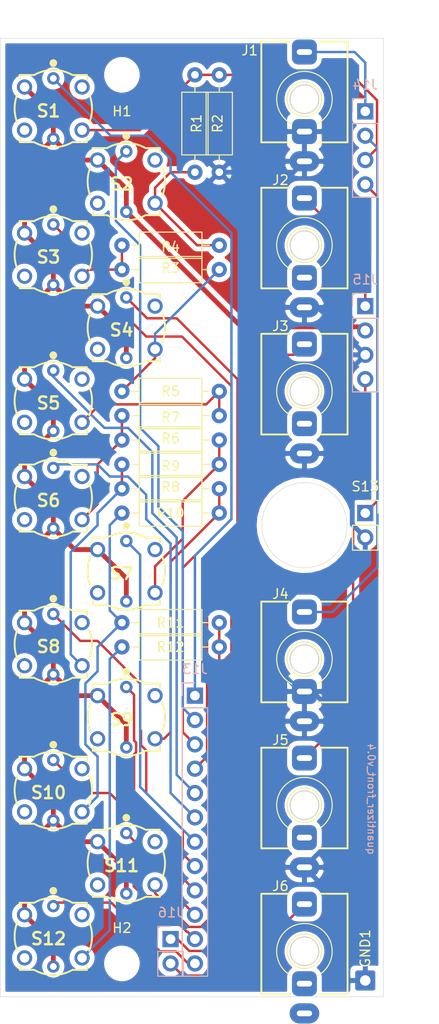
<source format=kicad_pcb>
(kicad_pcb (version 20171130) (host pcbnew "(5.1.10)-1")
  (title_block (title "Quantizer Front") (date 2021-06-22) (rev 0.3) (company "Free Modular"))
  (layers (0 F.Cu signal) (31 B.Cu signal) (34 B.Paste user) (35 F.Paste user) (36 B.SilkS user) (37 F.SilkS user) (38 B.Mask user) (39 F.Mask user) (44 Edge.Cuts user))
  (net 0 "")
  (net 1 "Net-(J1-Pad3)")
  (net 2 GND)
  (net 3 "Net-(J2-Pad2)")
  (net 4 "Net-(J3-Pad2)")
  (net 5 "Net-(J15-Pad1)")
  (net 6 "Net-(J16-Pad1)")
  (net 7 "Net-(J14-Pad2)")
  (net 8 "Net-(J15-Pad4)")
  (net 9 "Net-(J5-Pad2)")
  (net 10 "Net-(J16-Pad2)")
  (net 11 "Net-(J6-Pad2)")
  (net 12 LED1)
  (net 13 +5V)
  (net 14 BUTTON_LADDER)
  (net 15 "Net-(S1-Pad3)")
  (net 16 "Net-(S1-Pad2)")
  (net 17 LED2)
  (net 18 "Net-(R2-Pad2)")
  (net 19 "Net-(S2-Pad3)")
  (net 20 "Net-(S2-Pad2)")
  (net 21 LED3)
  (net 22 "Net-(R3-Pad2)")
  (net 23 "Net-(S3-Pad3)")
  (net 24 "Net-(S3-Pad2)")
  (net 25 LED4)
  (net 26 "Net-(R4-Pad2)")
  (net 27 "Net-(S4-Pad3)")
  (net 28 "Net-(S4-Pad2)")
  (net 29 LED5)
  (net 30 "Net-(R5-Pad2)")
  (net 31 "Net-(S5-Pad3)")
  (net 32 "Net-(S5-Pad2)")
  (net 33 LED6)
  (net 34 "Net-(R6-Pad2)")
  (net 35 "Net-(S6-Pad3)")
  (net 36 "Net-(S6-Pad2)")
  (net 37 LED7)
  (net 38 "Net-(R7-Pad2)")
  (net 39 "Net-(S7-Pad3)")
  (net 40 "Net-(S7-Pad2)")
  (net 41 LED8)
  (net 42 "Net-(R8-Pad2)")
  (net 43 "Net-(S8-Pad3)")
  (net 44 "Net-(S8-Pad2)")
  (net 45 LED9)
  (net 46 "Net-(R10-Pad1)")
  (net 47 "Net-(S9-Pad3)")
  (net 48 "Net-(S9-Pad2)")
  (net 49 LED10)
  (net 50 "Net-(R10-Pad2)")
  (net 51 "Net-(S10-Pad3)")
  (net 52 "Net-(S10-Pad2)")
  (net 53 LED11)
  (net 54 "Net-(R11-Pad2)")
  (net 55 "Net-(S11-Pad3)")
  (net 56 "Net-(S11-Pad2)")
  (net 57 LED12)
  (net 58 "Net-(R12-Pad2)")
  (net 59 "Net-(S12-Pad3)")
  (net 60 "Net-(S12-Pad2)")
  (net 61 MENU_BUTTON)
  (module MountingHole:MountingHole_2.7mm_M2.5 (layer F.Cu) (at 33.02 114.3)
    (fp_text reference H2 (at 0 -3.7) (layer F.SilkS))
    (fp_text value MountingHole)
    (pad 1 np_thru_hole circle (at 0 0) (size 2.7 2.7) (drill 2.7) (layers *.Cu *.Mask))
  )
  (module MountingHole:MountingHole_2.7mm_M2.5 (layer F.Cu) (at 33.02 21.59)
    (fp_text reference H1 (at 0 3.81) (layer F.SilkS))
    (fp_text value MountingHole)
    (pad 1 np_thru_hole circle (at 0 0) (size 2.7 2.7) (drill 2.7) (layers *.Cu *.Mask))
  )
  (module Connector_Wire:SolderWire-0.5sqmm_1x01_D0.9mm_OD2.1mm (layer F.Cu) (at 58.42 116.078)
    (fp_text reference GND1 (at 0 -3.34 90) (layer F.SilkS))
    (fp_text value Conn_01x01_Female)
    (pad 1 thru_hole roundrect (at 0 0) (size 2.1 2.1) (drill 1.1) (layers *.Cu *.Mask) (roundrect_rratio 0.1190471428571429) (net 2 GND))
  )
  (module free_modular:THONKICONN (layer F.Cu) (at 52.07 24.13)
    (fp_text reference J1 (at -5.715 -5.08) (layer F.SilkS))
    (fp_text value THONKICONN)
    (fp_circle (center 0 0) (end -1.5 0) (layer Edge.Cuts) (width 0.12))
    (pad 3 thru_hole roundrect (at 0 -4.92) (size 2.6 2.6) (drill oval 1.6 0.6) (layers *.Cu *.Mask) (net 1 "Net-(J1-Pad3)"))
    (pad 1 thru_hole oval (at 0 6.48) (size 3.1 2.1) (drill oval 1.6 0.6) (layers *.Cu *.Mask) (net 2 GND))
    (pad 2 thru_hole roundrect (at 0 3.38) (size 2.6 2.6) (drill oval 1.6 0.6) (layers *.Cu *.Mask) (net 2 GND))
  )
  (module free_modular:THONKICONN (layer F.Cu) (at 52.07 113.03)
    (fp_text reference J6 (at -2.5 -6.8) (layer F.SilkS))
    (fp_text value THONKICONN)
    (fp_circle (center 0 0) (end -1.5 0) (layer Edge.Cuts) (width 0.12))
    (pad 3 thru_hole roundrect (at 0 -4.92) (size 2.6 2.6) (drill oval 1.6 0.6) (layers *.Cu *.Mask) (net 10 "Net-(J16-Pad2)"))
    (pad 1 thru_hole oval (at 0 6.48) (size 3.1 2.1) (drill oval 1.6 0.6) (layers *.Cu *.Mask) (net 2 GND))
    (pad 2 thru_hole roundrect (at 0 3.38) (size 2.6 2.6) (drill oval 1.6 0.6) (layers *.Cu *.Mask) (net 11 "Net-(J6-Pad2)"))
  )
  (module free_modular:THONKICONN (layer F.Cu) (at 52.07 97.79)
    (fp_text reference J5 (at -2.5 -6.8) (layer F.SilkS))
    (fp_text value THONKICONN)
    (fp_circle (center 0 0) (end -1.5 0) (layer Edge.Cuts) (width 0.12))
    (pad 3 thru_hole roundrect (at 0 -4.92) (size 2.6 2.6) (drill oval 1.6 0.6) (layers *.Cu *.Mask) (net 8 "Net-(J15-Pad4)"))
    (pad 1 thru_hole oval (at 0 6.48) (size 3.1 2.1) (drill oval 1.6 0.6) (layers *.Cu *.Mask) (net 2 GND))
    (pad 2 thru_hole roundrect (at 0 3.38) (size 2.6 2.6) (drill oval 1.6 0.6) (layers *.Cu *.Mask) (net 9 "Net-(J5-Pad2)"))
  )
  (module free_modular:THONKICONN (layer F.Cu) (at 52.07 82.55)
    (fp_text reference J4 (at -2.5 -6.8) (layer F.SilkS))
    (fp_text value THONKICONN)
    (fp_circle (center 0 0) (end -1.5 0) (layer Edge.Cuts) (width 0.12))
    (pad 3 thru_hole roundrect (at 0 -4.92) (size 2.6 2.6) (drill oval 1.6 0.6) (layers *.Cu *.Mask) (net 7 "Net-(J14-Pad2)"))
    (pad 1 thru_hole oval (at 0 6.48) (size 3.1 2.1) (drill oval 1.6 0.6) (layers *.Cu *.Mask) (net 2 GND))
    (pad 2 thru_hole roundrect (at 0 3.38) (size 2.6 2.6) (drill oval 1.6 0.6) (layers *.Cu *.Mask) (net 2 GND))
  )
  (module free_modular:THONKICONN (layer F.Cu) (at 52.07 54.61)
    (fp_text reference J3 (at -2.5 -6.8) (layer F.SilkS))
    (fp_text value THONKICONN)
    (fp_circle (center 0 0) (end -1.5 0) (layer Edge.Cuts) (width 0.12))
    (pad 3 thru_hole roundrect (at 0 -4.92) (size 2.6 2.6) (drill oval 1.6 0.6) (layers *.Cu *.Mask) (net 6 "Net-(J16-Pad1)"))
    (pad 1 thru_hole oval (at 0 6.48) (size 3.1 2.1) (drill oval 1.6 0.6) (layers *.Cu *.Mask) (net 2 GND))
    (pad 2 thru_hole roundrect (at 0 3.38) (size 2.6 2.6) (drill oval 1.6 0.6) (layers *.Cu *.Mask) (net 4 "Net-(J3-Pad2)"))
  )
  (module free_modular:THONKICONN (layer F.Cu) (at 52.07 39.37)
    (fp_text reference J2 (at -2.5 -6.8) (layer F.SilkS))
    (fp_text value THONKICONN)
    (fp_circle (center 0 0) (end -1.5 0) (layer Edge.Cuts) (width 0.12))
    (pad 3 thru_hole roundrect (at 0 -4.92) (size 2.6 2.6) (drill oval 1.6 0.6) (layers *.Cu *.Mask) (net 5 "Net-(J15-Pad1)"))
    (pad 1 thru_hole oval (at 0 6.48) (size 3.1 2.1) (drill oval 1.6 0.6) (layers *.Cu *.Mask) (net 2 GND))
    (pad 2 thru_hole roundrect (at 0 3.38) (size 2.6 2.6) (drill oval 1.6 0.6) (layers *.Cu *.Mask) (net 3 "Net-(J2-Pad2)"))
  )
  (module Connector_PinSocket_2.54mm:PinSocket_1x04_P2.54mm_Vertical (layer B.Cu) (at 58.42 25.4 180)
    (fp_text reference J14 (at 0 2.77) (layer B.SilkS) (effects (justify mirror)))
    (fp_text value Conn_01x04_Female)
    (pad 4 thru_hole oval (at 0 -7.62 180) (size 1.7 1.7) (drill 1) (layers *.Cu *.Mask) (net 61 MENU_BUTTON))
    (pad 3 thru_hole oval (at 0 -5.08 180) (size 1.7 1.7) (drill 1) (layers *.Cu *.Mask) (net 14 BUTTON_LADDER))
    (pad 2 thru_hole oval (at 0 -2.54 180) (size 1.7 1.7) (drill 1) (layers *.Cu *.Mask) (net 7 "Net-(J14-Pad2)"))
    (pad 1 thru_hole rect (at 0 0 180) (size 1.7 1.7) (drill 1) (layers *.Cu *.Mask) (net 1 "Net-(J1-Pad3)"))
  )
  (module free_modular:TL1265 (layer F.Cu) (at 22.86 109.22)
    (fp_text reference S12 (at 2.5 2.5) (layer F.SilkS) (effects (font (size 1.27 1.27) (thickness 0.254))))
    (fp_text value TL1265 hide)
    (pad L2 thru_hole circle (at 3 -0.9) (size 1.3 1.3) (drill 0.7) (layers *.Cu *.Mask) (net 57 LED12))
    (pad L1 thru_hole circle (at 3 5.4) (size 1.3 1.3) (drill 0.7) (layers *.Cu *.Mask) (net 13 +5V))
    (pad 4 thru_hole circle (at 6 4.5) (size 1.6 1.6) (drill 1) (layers *.Cu *.Mask) (net 58 "Net-(R12-Pad2)"))
    (pad 3 thru_hole circle (at 0 4.5) (size 1.6 1.6) (drill 1) (layers *.Cu *.Mask) (net 59 "Net-(S12-Pad3)"))
    (pad 2 thru_hole circle (at 6 0) (size 1.6 1.6) (drill 1) (layers *.Cu *.Mask) (net 60 "Net-(S12-Pad2)"))
    (pad 1 thru_hole circle (at 0 0) (size 1.6 1.6) (drill 1) (layers *.Cu *.Mask) (net 13 +5V))
  )
  (module free_modular:TL1265 (layer F.Cu) (at 30.48 101.6)
    (fp_text reference S11 (at 2.5 2.5) (layer F.SilkS) (effects (font (size 1.27 1.27) (thickness 0.254))))
    (fp_text value TL1265 hide)
    (pad L2 thru_hole circle (at 3 -0.9) (size 1.3 1.3) (drill 0.7) (layers *.Cu *.Mask) (net 53 LED11))
    (pad L1 thru_hole circle (at 3 5.4) (size 1.3 1.3) (drill 0.7) (layers *.Cu *.Mask) (net 13 +5V))
    (pad 4 thru_hole circle (at 6 4.5) (size 1.6 1.6) (drill 1) (layers *.Cu *.Mask) (net 54 "Net-(R11-Pad2)"))
    (pad 3 thru_hole circle (at 0 4.5) (size 1.6 1.6) (drill 1) (layers *.Cu *.Mask) (net 55 "Net-(S11-Pad3)"))
    (pad 2 thru_hole circle (at 6 0) (size 1.6 1.6) (drill 1) (layers *.Cu *.Mask) (net 56 "Net-(S11-Pad2)"))
    (pad 1 thru_hole circle (at 0 0) (size 1.6 1.6) (drill 1) (layers *.Cu *.Mask) (net 13 +5V))
  )
  (module free_modular:TL1265 (layer F.Cu) (at 22.86 93.98)
    (fp_text reference S10 (at 2.5 2.5) (layer F.SilkS) (effects (font (size 1.27 1.27) (thickness 0.254))))
    (fp_text value TL1265 hide)
    (pad L2 thru_hole circle (at 3 -0.9) (size 1.3 1.3) (drill 0.7) (layers *.Cu *.Mask) (net 49 LED10))
    (pad L1 thru_hole circle (at 3 5.4) (size 1.3 1.3) (drill 0.7) (layers *.Cu *.Mask) (net 13 +5V))
    (pad 4 thru_hole circle (at 6 4.5) (size 1.6 1.6) (drill 1) (layers *.Cu *.Mask) (net 50 "Net-(R10-Pad2)"))
    (pad 3 thru_hole circle (at 0 4.5) (size 1.6 1.6) (drill 1) (layers *.Cu *.Mask) (net 51 "Net-(S10-Pad3)"))
    (pad 2 thru_hole circle (at 6 0) (size 1.6 1.6) (drill 1) (layers *.Cu *.Mask) (net 52 "Net-(S10-Pad2)"))
    (pad 1 thru_hole circle (at 0 0) (size 1.6 1.6) (drill 1) (layers *.Cu *.Mask) (net 13 +5V))
  )
  (module free_modular:TL1265 (layer F.Cu) (at 30.48 86.36)
    (fp_text reference S9 (at 2.5 2.5) (layer F.SilkS) (effects (font (size 1.27 1.27) (thickness 0.254))))
    (fp_text value TL1265 hide)
    (pad L2 thru_hole circle (at 3 -0.9) (size 1.3 1.3) (drill 0.7) (layers *.Cu *.Mask) (net 45 LED9))
    (pad L1 thru_hole circle (at 3 5.4) (size 1.3 1.3) (drill 0.7) (layers *.Cu *.Mask) (net 13 +5V))
    (pad 4 thru_hole circle (at 6 4.5) (size 1.6 1.6) (drill 1) (layers *.Cu *.Mask) (net 46 "Net-(R10-Pad1)"))
    (pad 3 thru_hole circle (at 0 4.5) (size 1.6 1.6) (drill 1) (layers *.Cu *.Mask) (net 47 "Net-(S9-Pad3)"))
    (pad 2 thru_hole circle (at 6 0) (size 1.6 1.6) (drill 1) (layers *.Cu *.Mask) (net 48 "Net-(S9-Pad2)"))
    (pad 1 thru_hole circle (at 0 0) (size 1.6 1.6) (drill 1) (layers *.Cu *.Mask) (net 13 +5V))
  )
  (module free_modular:TL1265 (layer F.Cu) (at 22.86 78.74)
    (fp_text reference S8 (at 2.5 2.5) (layer F.SilkS) (effects (font (size 1.27 1.27) (thickness 0.254))))
    (fp_text value TL1265 hide)
    (pad L2 thru_hole circle (at 3 -0.9) (size 1.3 1.3) (drill 0.7) (layers *.Cu *.Mask) (net 41 LED8))
    (pad L1 thru_hole circle (at 3 5.4) (size 1.3 1.3) (drill 0.7) (layers *.Cu *.Mask) (net 13 +5V))
    (pad 4 thru_hole circle (at 6 4.5) (size 1.6 1.6) (drill 1) (layers *.Cu *.Mask) (net 42 "Net-(R8-Pad2)"))
    (pad 3 thru_hole circle (at 0 4.5) (size 1.6 1.6) (drill 1) (layers *.Cu *.Mask) (net 43 "Net-(S8-Pad3)"))
    (pad 2 thru_hole circle (at 6 0) (size 1.6 1.6) (drill 1) (layers *.Cu *.Mask) (net 44 "Net-(S8-Pad2)"))
    (pad 1 thru_hole circle (at 0 0) (size 1.6 1.6) (drill 1) (layers *.Cu *.Mask) (net 13 +5V))
  )
  (module free_modular:TL1265 (layer F.Cu) (at 30.48 71.12)
    (fp_text reference S7 (at 2.5 2.5) (layer F.SilkS) (effects (font (size 1.27 1.27) (thickness 0.254))))
    (fp_text value TL1265 hide)
    (pad L2 thru_hole circle (at 3 -0.9) (size 1.3 1.3) (drill 0.7) (layers *.Cu *.Mask) (net 37 LED7))
    (pad L1 thru_hole circle (at 3 5.4) (size 1.3 1.3) (drill 0.7) (layers *.Cu *.Mask) (net 13 +5V))
    (pad 4 thru_hole circle (at 6 4.5) (size 1.6 1.6) (drill 1) (layers *.Cu *.Mask) (net 38 "Net-(R7-Pad2)"))
    (pad 3 thru_hole circle (at 0 4.5) (size 1.6 1.6) (drill 1) (layers *.Cu *.Mask) (net 39 "Net-(S7-Pad3)"))
    (pad 2 thru_hole circle (at 6 0) (size 1.6 1.6) (drill 1) (layers *.Cu *.Mask) (net 40 "Net-(S7-Pad2)"))
    (pad 1 thru_hole circle (at 0 0) (size 1.6 1.6) (drill 1) (layers *.Cu *.Mask) (net 13 +5V))
  )
  (module free_modular:TL1265 (layer F.Cu) (at 22.86 63.5)
    (fp_text reference S6 (at 2.5 2.5) (layer F.SilkS) (effects (font (size 1.27 1.27) (thickness 0.254))))
    (fp_text value TL1265 hide)
    (pad L2 thru_hole circle (at 3 -0.9) (size 1.3 1.3) (drill 0.7) (layers *.Cu *.Mask) (net 33 LED6))
    (pad L1 thru_hole circle (at 3 5.4) (size 1.3 1.3) (drill 0.7) (layers *.Cu *.Mask) (net 13 +5V))
    (pad 4 thru_hole circle (at 6 4.5) (size 1.6 1.6) (drill 1) (layers *.Cu *.Mask) (net 34 "Net-(R6-Pad2)"))
    (pad 3 thru_hole circle (at 0 4.5) (size 1.6 1.6) (drill 1) (layers *.Cu *.Mask) (net 35 "Net-(S6-Pad3)"))
    (pad 2 thru_hole circle (at 6 0) (size 1.6 1.6) (drill 1) (layers *.Cu *.Mask) (net 36 "Net-(S6-Pad2)"))
    (pad 1 thru_hole circle (at 0 0) (size 1.6 1.6) (drill 1) (layers *.Cu *.Mask) (net 13 +5V))
  )
  (module free_modular:TL1265 (layer F.Cu) (at 22.86 53.34)
    (fp_text reference S5 (at 2.5 2.5) (layer F.SilkS) (effects (font (size 1.27 1.27) (thickness 0.254))))
    (fp_text value TL1265 hide)
    (pad L2 thru_hole circle (at 3 -0.9) (size 1.3 1.3) (drill 0.7) (layers *.Cu *.Mask) (net 29 LED5))
    (pad L1 thru_hole circle (at 3 5.4) (size 1.3 1.3) (drill 0.7) (layers *.Cu *.Mask) (net 13 +5V))
    (pad 4 thru_hole circle (at 6 4.5) (size 1.6 1.6) (drill 1) (layers *.Cu *.Mask) (net 30 "Net-(R5-Pad2)"))
    (pad 3 thru_hole circle (at 0 4.5) (size 1.6 1.6) (drill 1) (layers *.Cu *.Mask) (net 31 "Net-(S5-Pad3)"))
    (pad 2 thru_hole circle (at 6 0) (size 1.6 1.6) (drill 1) (layers *.Cu *.Mask) (net 32 "Net-(S5-Pad2)"))
    (pad 1 thru_hole circle (at 0 0) (size 1.6 1.6) (drill 1) (layers *.Cu *.Mask) (net 13 +5V))
  )
  (module free_modular:TL1265 (layer F.Cu) (at 30.48 45.72)
    (fp_text reference S4 (at 2.5 2.5) (layer F.SilkS) (effects (font (size 1.27 1.27) (thickness 0.254))))
    (fp_text value TL1265 hide)
    (pad L2 thru_hole circle (at 3 -0.9) (size 1.3 1.3) (drill 0.7) (layers *.Cu *.Mask) (net 25 LED4))
    (pad L1 thru_hole circle (at 3 5.4) (size 1.3 1.3) (drill 0.7) (layers *.Cu *.Mask) (net 13 +5V))
    (pad 4 thru_hole circle (at 6 4.5) (size 1.6 1.6) (drill 1) (layers *.Cu *.Mask) (net 26 "Net-(R4-Pad2)"))
    (pad 3 thru_hole circle (at 0 4.5) (size 1.6 1.6) (drill 1) (layers *.Cu *.Mask) (net 27 "Net-(S4-Pad3)"))
    (pad 2 thru_hole circle (at 6 0) (size 1.6 1.6) (drill 1) (layers *.Cu *.Mask) (net 28 "Net-(S4-Pad2)"))
    (pad 1 thru_hole circle (at 0 0) (size 1.6 1.6) (drill 1) (layers *.Cu *.Mask) (net 13 +5V))
  )
  (module free_modular:TL1265 (layer F.Cu) (at 22.86 38.1)
    (fp_text reference S3 (at 2.5 2.5) (layer F.SilkS) (effects (font (size 1.27 1.27) (thickness 0.254))))
    (fp_text value TL1265 hide)
    (pad L2 thru_hole circle (at 3 -0.9) (size 1.3 1.3) (drill 0.7) (layers *.Cu *.Mask) (net 21 LED3))
    (pad L1 thru_hole circle (at 3 5.4) (size 1.3 1.3) (drill 0.7) (layers *.Cu *.Mask) (net 13 +5V))
    (pad 4 thru_hole circle (at 6 4.5) (size 1.6 1.6) (drill 1) (layers *.Cu *.Mask) (net 22 "Net-(R3-Pad2)"))
    (pad 3 thru_hole circle (at 0 4.5) (size 1.6 1.6) (drill 1) (layers *.Cu *.Mask) (net 23 "Net-(S3-Pad3)"))
    (pad 2 thru_hole circle (at 6 0) (size 1.6 1.6) (drill 1) (layers *.Cu *.Mask) (net 24 "Net-(S3-Pad2)"))
    (pad 1 thru_hole circle (at 0 0) (size 1.6 1.6) (drill 1) (layers *.Cu *.Mask) (net 13 +5V))
  )
  (module free_modular:TL1265 (layer F.Cu) (at 30.48 30.48)
    (fp_text reference S2 (at 2.5 2.5) (layer F.SilkS) (effects (font (size 1.27 1.27) (thickness 0.254))))
    (fp_text value TL1265 hide)
    (pad L2 thru_hole circle (at 3 -0.9) (size 1.3 1.3) (drill 0.7) (layers *.Cu *.Mask) (net 17 LED2))
    (pad L1 thru_hole circle (at 3 5.4) (size 1.3 1.3) (drill 0.7) (layers *.Cu *.Mask) (net 13 +5V))
    (pad 4 thru_hole circle (at 6 4.5) (size 1.6 1.6) (drill 1) (layers *.Cu *.Mask) (net 18 "Net-(R2-Pad2)"))
    (pad 3 thru_hole circle (at 0 4.5) (size 1.6 1.6) (drill 1) (layers *.Cu *.Mask) (net 19 "Net-(S2-Pad3)"))
    (pad 2 thru_hole circle (at 6 0) (size 1.6 1.6) (drill 1) (layers *.Cu *.Mask) (net 20 "Net-(S2-Pad2)"))
    (pad 1 thru_hole circle (at 0 0) (size 1.6 1.6) (drill 1) (layers *.Cu *.Mask) (net 13 +5V))
  )
  (module free_modular:TL1265 (layer F.Cu) (at 22.86 22.86)
    (fp_text reference S1 (at 2.5 2.5) (layer F.SilkS) (effects (font (size 1.27 1.27) (thickness 0.254))))
    (fp_text value TL1265 hide)
    (pad L2 thru_hole circle (at 3 -0.9) (size 1.3 1.3) (drill 0.7) (layers *.Cu *.Mask) (net 12 LED1))
    (pad L1 thru_hole circle (at 3 5.4) (size 1.3 1.3) (drill 0.7) (layers *.Cu *.Mask) (net 13 +5V))
    (pad 4 thru_hole circle (at 6 4.5) (size 1.6 1.6) (drill 1) (layers *.Cu *.Mask) (net 14 BUTTON_LADDER))
    (pad 3 thru_hole circle (at 0 4.5) (size 1.6 1.6) (drill 1) (layers *.Cu *.Mask) (net 15 "Net-(S1-Pad3)"))
    (pad 2 thru_hole circle (at 6 0) (size 1.6 1.6) (drill 1) (layers *.Cu *.Mask) (net 16 "Net-(S1-Pad2)"))
    (pad 1 thru_hole circle (at 0 0) (size 1.6 1.6) (drill 1) (layers *.Cu *.Mask) (net 13 +5V))
  )
  (module Connector_PinSocket_2.54mm:PinSocket_1x02_P2.54mm_Vertical (layer F.Cu) (at 58.42 67.31)
    (fp_text reference S13 (at 0 -2.77) (layer F.SilkS))
    (fp_text value Button)
    (pad 2 thru_hole oval (at 0 2.54) (size 1.7 1.7) (drill 1) (layers *.Cu *.Mask) (net 2 GND))
    (pad 1 thru_hole rect (at 0 0) (size 1.7 1.7) (drill 1) (layers *.Cu *.Mask) (net 61 MENU_BUTTON))
  )
  (module Resistor_THT:R_Axial_DIN0207_L6.3mm_D2.5mm_P10.16mm_Horizontal (layer F.Cu) (at 43.18 81.28 180)
    (fp_text reference R12 (at 5.08 0) (layer F.SilkS))
    (fp_text value 1kΩ)
    (pad 2 thru_hole oval (at 10.16 0 180) (size 1.6 1.6) (drill 0.8) (layers *.Cu *.Mask) (net 58 "Net-(R12-Pad2)"))
    (pad 1 thru_hole circle (at 0 0 180) (size 1.6 1.6) (drill 0.8) (layers *.Cu *.Mask) (net 54 "Net-(R11-Pad2)"))
  )
  (module Resistor_THT:R_Axial_DIN0207_L6.3mm_D2.5mm_P10.16mm_Horizontal (layer F.Cu) (at 33.02 78.74)
    (fp_text reference R11 (at 5.08 0) (layer F.SilkS))
    (fp_text value 1kΩ)
    (pad 2 thru_hole oval (at 10.16 0) (size 1.6 1.6) (drill 0.8) (layers *.Cu *.Mask) (net 54 "Net-(R11-Pad2)"))
    (pad 1 thru_hole circle (at 0 0) (size 1.6 1.6) (drill 0.8) (layers *.Cu *.Mask) (net 50 "Net-(R10-Pad2)"))
  )
  (module Resistor_THT:R_Axial_DIN0207_L6.3mm_D2.5mm_P10.16mm_Horizontal (layer F.Cu) (at 43.18 67.31 180)
    (fp_text reference R10 (at 5.08 0) (layer F.SilkS))
    (fp_text value 1kΩ)
    (pad 2 thru_hole oval (at 10.16 0 180) (size 1.6 1.6) (drill 0.8) (layers *.Cu *.Mask) (net 50 "Net-(R10-Pad2)"))
    (pad 1 thru_hole circle (at 0 0 180) (size 1.6 1.6) (drill 0.8) (layers *.Cu *.Mask) (net 46 "Net-(R10-Pad1)"))
  )
  (module Resistor_THT:R_Axial_DIN0207_L6.3mm_D2.5mm_P10.16mm_Horizontal (layer F.Cu) (at 33.02 64.77)
    (fp_text reference R9 (at 5.08 -2.37) (layer F.SilkS))
    (fp_text value 1kΩ)
    (pad 2 thru_hole oval (at 10.16 0) (size 1.6 1.6) (drill 0.8) (layers *.Cu *.Mask) (net 46 "Net-(R10-Pad1)"))
    (pad 1 thru_hole circle (at 0 0) (size 1.6 1.6) (drill 0.8) (layers *.Cu *.Mask) (net 42 "Net-(R8-Pad2)"))
  )
  (module Resistor_THT:R_Axial_DIN0207_L6.3mm_D2.5mm_P10.16mm_Horizontal (layer F.Cu) (at 43.18 62.23 180)
    (fp_text reference R8 (at 5.08 -2.37) (layer F.SilkS))
    (fp_text value 1kΩ)
    (pad 2 thru_hole oval (at 10.16 0 180) (size 1.6 1.6) (drill 0.8) (layers *.Cu *.Mask) (net 42 "Net-(R8-Pad2)"))
    (pad 1 thru_hole circle (at 0 0 180) (size 1.6 1.6) (drill 0.8) (layers *.Cu *.Mask) (net 38 "Net-(R7-Pad2)"))
  )
  (module Resistor_THT:R_Axial_DIN0207_L6.3mm_D2.5mm_P10.16mm_Horizontal (layer F.Cu) (at 33.02 59.69)
    (fp_text reference R7 (at 5.08 -2.37) (layer F.SilkS))
    (fp_text value 1kΩ)
    (pad 2 thru_hole oval (at 10.16 0) (size 1.6 1.6) (drill 0.8) (layers *.Cu *.Mask) (net 38 "Net-(R7-Pad2)"))
    (pad 1 thru_hole circle (at 0 0) (size 1.6 1.6) (drill 0.8) (layers *.Cu *.Mask) (net 34 "Net-(R6-Pad2)"))
  )
  (module Resistor_THT:R_Axial_DIN0207_L6.3mm_D2.5mm_P10.16mm_Horizontal (layer F.Cu) (at 43.18 57.15 180)
    (fp_text reference R6 (at 5.08 -2.37) (layer F.SilkS))
    (fp_text value 1kΩ)
    (pad 2 thru_hole oval (at 10.16 0 180) (size 1.6 1.6) (drill 0.8) (layers *.Cu *.Mask) (net 34 "Net-(R6-Pad2)"))
    (pad 1 thru_hole circle (at 0 0 180) (size 1.6 1.6) (drill 0.8) (layers *.Cu *.Mask) (net 30 "Net-(R5-Pad2)"))
  )
  (module Resistor_THT:R_Axial_DIN0207_L6.3mm_D2.5mm_P10.16mm_Horizontal (layer F.Cu) (at 33.02 54.61)
    (fp_text reference R5 (at 5.08 0) (layer F.SilkS))
    (fp_text value 1kΩ)
    (pad 2 thru_hole oval (at 10.16 0) (size 1.6 1.6) (drill 0.8) (layers *.Cu *.Mask) (net 30 "Net-(R5-Pad2)"))
    (pad 1 thru_hole circle (at 0 0) (size 1.6 1.6) (drill 0.8) (layers *.Cu *.Mask) (net 26 "Net-(R4-Pad2)"))
  )
  (module Resistor_THT:R_Axial_DIN0207_L6.3mm_D2.5mm_P10.16mm_Horizontal (layer F.Cu) (at 33.02 41.91)
    (fp_text reference R4 (at 5.08 -2.37) (layer F.SilkS))
    (fp_text value 1kΩ)
    (pad 2 thru_hole oval (at 10.16 0) (size 1.6 1.6) (drill 0.8) (layers *.Cu *.Mask) (net 26 "Net-(R4-Pad2)"))
    (pad 1 thru_hole circle (at 0 0) (size 1.6 1.6) (drill 0.8) (layers *.Cu *.Mask) (net 22 "Net-(R3-Pad2)"))
  )
  (module Resistor_THT:R_Axial_DIN0207_L6.3mm_D2.5mm_P10.16mm_Horizontal (layer F.Cu) (at 43.18 39.37 180)
    (fp_text reference R3 (at 5.08 -2.37) (layer F.SilkS))
    (fp_text value 1kΩ)
    (pad 2 thru_hole oval (at 10.16 0 180) (size 1.6 1.6) (drill 0.8) (layers *.Cu *.Mask) (net 22 "Net-(R3-Pad2)"))
    (pad 1 thru_hole circle (at 0 0 180) (size 1.6 1.6) (drill 0.8) (layers *.Cu *.Mask) (net 18 "Net-(R2-Pad2)"))
  )
  (module Resistor_THT:R_Axial_DIN0207_L6.3mm_D2.5mm_P10.16mm_Horizontal (layer F.Cu) (at 40.64 21.59 270)
    (fp_text reference R2 (at 5.08 -2.37 90) (layer F.SilkS))
    (fp_text value 1kΩ)
    (pad 2 thru_hole oval (at 10.16 0 270) (size 1.6 1.6) (drill 0.8) (layers *.Cu *.Mask) (net 18 "Net-(R2-Pad2)"))
    (pad 1 thru_hole circle (at 0 0 270) (size 1.6 1.6) (drill 0.8) (layers *.Cu *.Mask) (net 14 BUTTON_LADDER))
  )
  (module Resistor_THT:R_Axial_DIN0207_L6.3mm_D2.5mm_P10.16mm_Horizontal (layer F.Cu) (at 43.18 31.75 90)
    (fp_text reference R1 (at 5.08 -2.37 90) (layer F.SilkS))
    (fp_text value 1kΩ)
    (pad 2 thru_hole oval (at 10.16 0 90) (size 1.6 1.6) (drill 0.8) (layers *.Cu *.Mask) (net 14 BUTTON_LADDER))
    (pad 1 thru_hole circle (at 0 0 90) (size 1.6 1.6) (drill 0.8) (layers *.Cu *.Mask) (net 2 GND))
  )
  (module Connector_PinSocket_2.54mm:PinSocket_1x02_P2.54mm_Vertical (layer B.Cu) (at 38.1 111.76 180)
    (fp_text reference J16 (at 0 2.77) (layer B.SilkS) (effects (justify mirror)))
    (fp_text value Conn_01x02_Female)
    (pad 2 thru_hole oval (at 0 -2.54 180) (size 1.7 1.7) (drill 1) (layers *.Cu *.Mask) (net 10 "Net-(J16-Pad2)"))
    (pad 1 thru_hole rect (at 0 0 180) (size 1.7 1.7) (drill 1) (layers *.Cu *.Mask) (net 6 "Net-(J16-Pad1)"))
  )
  (module Connector_PinSocket_2.54mm:PinSocket_1x04_P2.54mm_Vertical (layer B.Cu) (at 58.42 45.72 180)
    (fp_text reference J15 (at 0 2.77) (layer B.SilkS) (effects (justify mirror)))
    (fp_text value Conn_01x04_Female)
    (pad 4 thru_hole oval (at 0 -7.62 180) (size 1.7 1.7) (drill 1) (layers *.Cu *.Mask) (net 8 "Net-(J15-Pad4)"))
    (pad 3 thru_hole oval (at 0 -5.08 180) (size 1.7 1.7) (drill 1) (layers *.Cu *.Mask) (net 2 GND))
    (pad 2 thru_hole oval (at 0 -2.54 180) (size 1.7 1.7) (drill 1) (layers *.Cu *.Mask) (net 13 +5V))
    (pad 1 thru_hole rect (at 0 0 180) (size 1.7 1.7) (drill 1) (layers *.Cu *.Mask) (net 5 "Net-(J15-Pad1)"))
  )
  (module Connector_PinSocket_2.54mm:PinSocket_1x12_P2.54mm_Vertical (layer B.Cu) (at 40.64 86.36 180)
    (fp_text reference J13 (at 0 2.77) (layer B.SilkS) (effects (justify mirror)))
    (fp_text value Conn_01x12_Female)
    (pad 12 thru_hole oval (at 0 -27.94 180) (size 1.7 1.7) (drill 1) (layers *.Cu *.Mask) (net 57 LED12))
    (pad 11 thru_hole oval (at 0 -25.4 180) (size 1.7 1.7) (drill 1) (layers *.Cu *.Mask) (net 53 LED11))
    (pad 10 thru_hole oval (at 0 -22.86 180) (size 1.7 1.7) (drill 1) (layers *.Cu *.Mask) (net 49 LED10))
    (pad 9 thru_hole oval (at 0 -20.32 180) (size 1.7 1.7) (drill 1) (layers *.Cu *.Mask) (net 45 LED9))
    (pad 8 thru_hole oval (at 0 -17.78 180) (size 1.7 1.7) (drill 1) (layers *.Cu *.Mask) (net 41 LED8))
    (pad 7 thru_hole oval (at 0 -15.24 180) (size 1.7 1.7) (drill 1) (layers *.Cu *.Mask) (net 37 LED7))
    (pad 6 thru_hole oval (at 0 -12.7 180) (size 1.7 1.7) (drill 1) (layers *.Cu *.Mask) (net 33 LED6))
    (pad 5 thru_hole oval (at 0 -10.16 180) (size 1.7 1.7) (drill 1) (layers *.Cu *.Mask) (net 29 LED5))
    (pad 4 thru_hole oval (at 0 -7.62 180) (size 1.7 1.7) (drill 1) (layers *.Cu *.Mask) (net 25 LED4))
    (pad 3 thru_hole oval (at 0 -5.08 180) (size 1.7 1.7) (drill 1) (layers *.Cu *.Mask) (net 21 LED3))
    (pad 2 thru_hole oval (at 0 -2.54 180) (size 1.7 1.7) (drill 1) (layers *.Cu *.Mask) (net 17 LED2))
    (pad 1 thru_hole rect (at 0 0 180) (size 1.7 1.7) (drill 1) (layers *.Cu *.Mask) (net 12 LED1))
  )
  (gr_text quantizer_front_v0.4 (at 59.055 97.155 -90) (layer B.SilkS) (effects (font (size 0.762 0.762) (thickness 0.127)) (justify mirror)))
  (gr_circle (center 52.07 68.58) (end 56.515 68.58) (layer Edge.Cuts) (width 0.05))
  (gr_line (start 20.32 117.78) (end 20.32 17.78) (layer Edge.Cuts) (width 0.05))
  (gr_line (start 60.32 117.78) (end 20.32 117.78) (layer Edge.Cuts) (width 0.05))
  (gr_line (start 60.32 17.78) (end 60.32 117.78) (layer Edge.Cuts) (width 0.05))
  (gr_line (start 20.32 17.78) (end 60.32 17.78) (layer Edge.Cuts) (width 0.05))
  (segment (start 57.31 19.21) (end 52.07 19.21) (width 0.254) (layer B.Cu) (net 1))
  (segment (start 58.42 20.32) (end 57.31 19.21) (width 0.254) (layer B.Cu) (net 1))
  (segment (start 58.42 25.4) (end 58.42 20.32) (width 0.254) (layer B.Cu) (net 1))
  (segment (start 53.47 45.85) (end 58.42 50.8) (width 0.508) (layer B.Cu) (net 2))
  (segment (start 52.07 45.85) (end 53.47 45.85) (width 0.508) (layer B.Cu) (net 2))
  (segment (start 52.07 27.51) (end 52.07 30.61) (width 0.508) (layer B.Cu) (net 2))
  (segment (start 49.66 45.85) (end 52.07 45.85) (width 0.508) (layer B.Cu) (net 2))
  (segment (start 48.26 44.45) (end 49.66 45.85) (width 0.508) (layer B.Cu) (net 2))
  (segment (start 48.26 34.42) (end 48.26 44.45) (width 0.508) (layer B.Cu) (net 2))
  (segment (start 52.07 30.61) (end 48.26 34.42) (width 0.508) (layer B.Cu) (net 2))
  (segment (start 50.93 31.75) (end 52.07 30.61) (width 0.508) (layer B.Cu) (net 2))
  (segment (start 43.18 31.75) (end 50.93 31.75) (width 0.508) (layer B.Cu) (net 2))
  (segment (start 54.48 61.09) (end 52.07 61.09) (width 0.508) (layer B.Cu) (net 2))
  (segment (start 55.88 59.69) (end 54.48 61.09) (width 0.508) (layer B.Cu) (net 2))
  (segment (start 55.88 53.34) (end 55.88 59.69) (width 0.508) (layer B.Cu) (net 2))
  (segment (start 58.42 50.8) (end 55.88 53.34) (width 0.508) (layer B.Cu) (net 2))
  (segment (start 54.563998 61.09) (end 52.07 61.09) (width 0.508) (layer B.Cu) (net 2))
  (segment (start 57.061999 63.588001) (end 54.563998 61.09) (width 0.508) (layer B.Cu) (net 2))
  (segment (start 55.343177 75.466823) (end 58.42 72.39) (width 0.508) (layer B.Cu) (net 2))
  (segment (start 51.295503 75.466823) (end 55.343177 75.466823) (width 0.508) (layer B.Cu) (net 2))
  (segment (start 49.53 77.232326) (end 51.295503 75.466823) (width 0.508) (layer B.Cu) (net 2))
  (segment (start 49.53 83.82) (end 49.53 77.232326) (width 0.508) (layer B.Cu) (net 2))
  (segment (start 51.64 85.93) (end 49.53 83.82) (width 0.508) (layer B.Cu) (net 2))
  (segment (start 52.07 85.93) (end 51.64 85.93) (width 0.508) (layer B.Cu) (net 2))
  (segment (start 55.88 100.46) (end 52.07 104.27) (width 0.508) (layer B.Cu) (net 2))
  (segment (start 55.88 88.9) (end 55.88 100.46) (width 0.508) (layer B.Cu) (net 2))
  (segment (start 52.91 85.93) (end 55.88 88.9) (width 0.508) (layer B.Cu) (net 2))
  (segment (start 52.07 85.93) (end 52.91 85.93) (width 0.508) (layer B.Cu) (net 2))
  (segment (start 58.42 110.62) (end 52.07 104.27) (width 0.508) (layer B.Cu) (net 2))
  (segment (start 58.42 116.078) (end 58.42 110.62) (width 0.508) (layer B.Cu) (net 2))
  (segment (start 58.42 69.85) (end 57.061999 68.491999) (width 0.508) (layer B.Cu) (net 2))
  (segment (start 57.061999 68.491999) (end 57.061999 63.588001) (width 0.508) (layer B.Cu) (net 2))
  (segment (start 58.42 69.85) (end 58.42 72.39) (width 0.508) (layer B.Cu) (net 2))
  (segment (start 58.42 40.8) (end 52.07 34.45) (width 0.254) (layer F.Cu) (net 5))
  (segment (start 58.42 45.72) (end 58.42 40.8) (width 0.254) (layer F.Cu) (net 5))
  (segment (start 50.96 50.8) (end 52.07 49.69) (width 0.254) (layer F.Cu) (net 6))
  (segment (start 45.72 53.34) (end 48.26 50.8) (width 0.254) (layer F.Cu) (net 6))
  (segment (start 45.72 69.215) (end 45.72 53.34) (width 0.254) (layer F.Cu) (net 6))
  (segment (start 44.45 70.485) (end 45.72 69.215) (width 0.254) (layer F.Cu) (net 6))
  (segment (start 43.815 82.55) (end 44.45 81.915) (width 0.254) (layer F.Cu) (net 6))
  (segment (start 44.45 81.915) (end 44.45 70.485) (width 0.254) (layer F.Cu) (net 6))
  (segment (start 41.948999 112.991001) (end 43.815 111.125) (width 0.254) (layer F.Cu) (net 6))
  (segment (start 48.26 50.8) (end 50.96 50.8) (width 0.254) (layer F.Cu) (net 6))
  (segment (start 40.049119 112.991001) (end 41.948999 112.991001) (width 0.254) (layer F.Cu) (net 6))
  (segment (start 43.815 111.125) (end 43.815 82.55) (width 0.254) (layer F.Cu) (net 6))
  (segment (start 38.818118 111.76) (end 40.049119 112.991001) (width 0.254) (layer F.Cu) (net 6))
  (segment (start 38.1 111.76) (end 38.818118 111.76) (width 0.254) (layer F.Cu) (net 6))
  (segment (start 58.42 27.94) (end 59.69 29.21) (width 0.254) (layer B.Cu) (net 7))
  (segment (start 55.001882 77.63) (end 52.55 77.63) (width 0.254) (layer B.Cu) (net 7))
  (segment (start 59.69 72.941882) (end 55.001882 77.63) (width 0.254) (layer B.Cu) (net 7))
  (segment (start 59.69 29.21) (end 59.69 72.941882) (width 0.254) (layer B.Cu) (net 7))
  (segment (start 58.42 62.23) (end 57.15 63.5) (width 0.254) (layer F.Cu) (net 8))
  (segment (start 58.42 53.34) (end 58.42 62.23) (width 0.254) (layer F.Cu) (net 8))
  (segment (start 57.15 87.79) (end 52.07 92.87) (width 0.254) (layer F.Cu) (net 8))
  (segment (start 57.15 63.5) (end 57.15 87.79) (width 0.254) (layer F.Cu) (net 8))
  (segment (start 38.1 114.3) (end 39.275001 115.475001) (width 0.25) (layer F.Cu) (net 10))
  (segment (start 39.37 115.57) (end 39.275001 115.475001) (width 0.254) (layer F.Cu) (net 10))
  (segment (start 44.61 115.57) (end 52.07 108.11) (width 0.254) (layer F.Cu) (net 10))
  (segment (start 39.37 115.57) (end 44.61 115.57) (width 0.254) (layer F.Cu) (net 10))
  (segment (start 25.86 21.96) (end 31.84 27.94) (width 0.254) (layer B.Cu) (net 12))
  (segment (start 31.84 27.94) (end 35.56 27.94) (width 0.254) (layer B.Cu) (net 12))
  (segment (start 40.64 86.36) (end 40.64 71.755) (width 0.254) (layer B.Cu) (net 12))
  (segment (start 35.56 27.94) (end 35.687882 27.94) (width 0.254) (layer B.Cu) (net 12))
  (segment (start 35.687882 27.94) (end 38.1 30.352118) (width 0.254) (layer B.Cu) (net 12))
  (segment (start 40.64 71.755) (end 44.45 67.945) (width 0.254) (layer B.Cu) (net 12))
  (segment (start 38.1 30.352118) (end 38.1 31.75) (width 0.254) (layer B.Cu) (net 12))
  (segment (start 44.45 67.945) (end 44.45 38.1) (width 0.254) (layer B.Cu) (net 12))
  (segment (start 44.45 38.1) (end 38.1 31.75) (width 0.254) (layer B.Cu) (net 12))
  (segment (start 22.86 102.38) (end 25.86 99.38) (width 0.5) (layer F.Cu) (net 13))
  (segment (start 22.86 109.22) (end 22.86 102.38) (width 0.5) (layer F.Cu) (net 13))
  (segment (start 25.86 96.98) (end 22.86 93.98) (width 0.5) (layer F.Cu) (net 13))
  (segment (start 25.86 99.38) (end 25.86 96.98) (width 0.5) (layer F.Cu) (net 13))
  (segment (start 25.86 112.22) (end 22.86 109.22) (width 0.5) (layer F.Cu) (net 13))
  (segment (start 25.86 114.62) (end 25.86 112.22) (width 0.5) (layer F.Cu) (net 13))
  (segment (start 28.08 101.6) (end 25.86 99.38) (width 0.5) (layer F.Cu) (net 13))
  (segment (start 30.48 101.6) (end 28.08 101.6) (width 0.5) (layer F.Cu) (net 13))
  (segment (start 33.48 104.6) (end 30.48 101.6) (width 0.5) (layer F.Cu) (net 13))
  (segment (start 33.48 107) (end 33.48 104.6) (width 0.5) (layer F.Cu) (net 13))
  (segment (start 22.86 87.14) (end 25.86 84.14) (width 0.5) (layer F.Cu) (net 13))
  (segment (start 22.86 93.98) (end 22.86 87.14) (width 0.5) (layer F.Cu) (net 13))
  (segment (start 28.08 86.36) (end 30.48 86.36) (width 0.5) (layer F.Cu) (net 13))
  (segment (start 25.86 84.14) (end 28.08 86.36) (width 0.5) (layer F.Cu) (net 13))
  (segment (start 33.48 89.36) (end 30.48 86.36) (width 0.5) (layer F.Cu) (net 13))
  (segment (start 33.48 91.76) (end 33.48 89.36) (width 0.5) (layer F.Cu) (net 13))
  (segment (start 25.86 81.74) (end 22.86 78.74) (width 0.5) (layer F.Cu) (net 13))
  (segment (start 25.86 84.14) (end 25.86 81.74) (width 0.5) (layer F.Cu) (net 13))
  (segment (start 22.86 71.9) (end 25.86 68.9) (width 0.5) (layer F.Cu) (net 13))
  (segment (start 22.86 78.74) (end 22.86 71.9) (width 0.5) (layer F.Cu) (net 13))
  (segment (start 25.86 66.5) (end 22.86 63.5) (width 0.5) (layer F.Cu) (net 13))
  (segment (start 25.86 68.9) (end 25.86 66.5) (width 0.5) (layer F.Cu) (net 13))
  (segment (start 22.86 61.74) (end 25.86 58.74) (width 0.5) (layer F.Cu) (net 13))
  (segment (start 22.86 63.5) (end 22.86 61.74) (width 0.5) (layer F.Cu) (net 13))
  (segment (start 25.86 56.34) (end 22.86 53.34) (width 0.5) (layer F.Cu) (net 13))
  (segment (start 25.86 58.74) (end 25.86 56.34) (width 0.5) (layer F.Cu) (net 13))
  (segment (start 22.86 46.5) (end 25.86 43.5) (width 0.5) (layer F.Cu) (net 13))
  (segment (start 22.86 53.34) (end 22.86 46.5) (width 0.5) (layer F.Cu) (net 13))
  (segment (start 25.86 41.1) (end 22.86 38.1) (width 0.5) (layer F.Cu) (net 13))
  (segment (start 25.86 43.5) (end 25.86 41.1) (width 0.5) (layer F.Cu) (net 13))
  (segment (start 22.86 31.26) (end 25.86 28.26) (width 0.5) (layer F.Cu) (net 13))
  (segment (start 22.86 38.1) (end 22.86 31.26) (width 0.5) (layer F.Cu) (net 13))
  (segment (start 25.86 25.86) (end 22.86 22.86) (width 0.5) (layer F.Cu) (net 13))
  (segment (start 25.86 28.26) (end 25.86 25.86) (width 0.5) (layer F.Cu) (net 13))
  (segment (start 28.08 30.48) (end 25.86 28.26) (width 0.5) (layer F.Cu) (net 13))
  (segment (start 30.48 30.48) (end 28.08 30.48) (width 0.5) (layer F.Cu) (net 13))
  (segment (start 33.48 33.48) (end 30.48 30.48) (width 0.5) (layer F.Cu) (net 13))
  (segment (start 33.48 35.88) (end 33.48 33.48) (width 0.5) (layer F.Cu) (net 13))
  (segment (start 33.48 48.72) (end 30.48 45.72) (width 0.5) (layer F.Cu) (net 13))
  (segment (start 33.48 51.12) (end 33.48 48.72) (width 0.5) (layer F.Cu) (net 13))
  (segment (start 28.08 45.72) (end 30.48 45.72) (width 0.5) (layer F.Cu) (net 13))
  (segment (start 25.86 43.5) (end 28.08 45.72) (width 0.5) (layer F.Cu) (net 13))
  (segment (start 33.48 74.12) (end 30.48 71.12) (width 0.5) (layer F.Cu) (net 13))
  (segment (start 33.48 76.52) (end 33.48 74.12) (width 0.5) (layer F.Cu) (net 13))
  (segment (start 28.08 71.12) (end 25.86 68.9) (width 0.5) (layer F.Cu) (net 13))
  (segment (start 30.48 71.12) (end 28.08 71.12) (width 0.5) (layer F.Cu) (net 13))
  (segment (start 58.04199 47.88199) (end 58.42 48.26) (width 0.508) (layer F.Cu) (net 13))
  (segment (start 45.48199 47.88199) (end 58.04199 47.88199) (width 0.508) (layer F.Cu) (net 13))
  (segment (start 33.48 35.88) (end 45.48199 47.88199) (width 0.508) (layer F.Cu) (net 13))
  (segment (start 34.87 27.36) (end 40.64 21.59) (width 0.254) (layer F.Cu) (net 14))
  (segment (start 28.86 27.36) (end 34.87 27.36) (width 0.254) (layer F.Cu) (net 14))
  (segment (start 40.64 21.59) (end 43.18 21.59) (width 0.254) (layer F.Cu) (net 14))
  (segment (start 56.995802 21.59) (end 43.18 21.59) (width 0.254) (layer F.Cu) (net 14))
  (segment (start 59.651001 24.245199) (end 56.995802 21.59) (width 0.254) (layer F.Cu) (net 14))
  (segment (start 59.651001 29.248999) (end 59.651001 24.245199) (width 0.254) (layer F.Cu) (net 14))
  (segment (start 58.42 30.48) (end 59.651001 29.248999) (width 0.254) (layer F.Cu) (net 14))
  (segment (start 32.385 30.675) (end 33.48 29.58) (width 0.254) (layer B.Cu) (net 17))
  (segment (start 32.385 36.83) (end 32.385 30.675) (width 0.254) (layer B.Cu) (net 17))
  (segment (start 34.925 57.15) (end 34.925 39.37) (width 0.254) (layer B.Cu) (net 17))
  (segment (start 34.925 39.37) (end 32.385 36.83) (width 0.254) (layer B.Cu) (net 17))
  (segment (start 39.37 69.215) (end 36.83 66.675) (width 0.254) (layer B.Cu) (net 17))
  (segment (start 39.37 87.63) (end 39.37 69.215) (width 0.254) (layer B.Cu) (net 17))
  (segment (start 40.64 88.9) (end 39.37 87.63) (width 0.254) (layer B.Cu) (net 17))
  (segment (start 34.925 57.15) (end 34.925 58.42) (width 0.254) (layer B.Cu) (net 17))
  (segment (start 34.925 58.42) (end 36.83 60.325) (width 0.254) (layer B.Cu) (net 17))
  (segment (start 36.83 60.325) (end 36.83 66.675) (width 0.254) (layer B.Cu) (net 17))
  (segment (start 40.87 39.37) (end 36.48 34.98) (width 0.254) (layer F.Cu) (net 18))
  (segment (start 43.18 39.37) (end 40.87 39.37) (width 0.254) (layer F.Cu) (net 18))
  (segment (start 36.48 34.98) (end 36.48 33.37) (width 0.254) (layer F.Cu) (net 18))
  (segment (start 38.1 31.75) (end 40.64 31.75) (width 0.254) (layer F.Cu) (net 18))
  (segment (start 36.48 33.37) (end 38.1 31.75) (width 0.254) (layer F.Cu) (net 18))
  (segment (start 39.37 90.17) (end 40.64 91.44) (width 0.25) (layer F.Cu) (net 21))
  (segment (start 39.37 73.02359) (end 39.37 90.17) (width 0.25) (layer F.Cu) (net 21))
  (segment (start 44.45 54.055606) (end 44.45 67.94359) (width 0.25) (layer F.Cu) (net 21))
  (segment (start 39.289394 48.895) (end 44.45 54.055606) (width 0.25) (layer F.Cu) (net 21))
  (segment (start 35.56 48.895) (end 39.289394 48.895) (width 0.25) (layer F.Cu) (net 21))
  (segment (start 28.575 44.45) (end 31.115 44.45) (width 0.25) (layer F.Cu) (net 21))
  (segment (start 44.45 67.94359) (end 39.37 73.02359) (width 0.25) (layer F.Cu) (net 21))
  (segment (start 31.115 44.45) (end 35.56 48.895) (width 0.25) (layer F.Cu) (net 21))
  (segment (start 26.63501 42.51001) (end 28.575 44.45) (width 0.25) (layer F.Cu) (net 21))
  (segment (start 26.63501 37.97501) (end 26.63501 42.51001) (width 0.25) (layer F.Cu) (net 21))
  (segment (start 25.86 37.2) (end 26.63501 37.97501) (width 0.25) (layer F.Cu) (net 21))
  (segment (start 33.02 39.37) (end 33.02 41.91) (width 0.25) (layer F.Cu) (net 22))
  (segment (start 29.55 41.91) (end 28.86 42.6) (width 0.25) (layer F.Cu) (net 22))
  (segment (start 33.02 41.91) (end 29.55 41.91) (width 0.25) (layer F.Cu) (net 22))
  (segment (start 35.65 46.99) (end 38.1 46.99) (width 0.254) (layer F.Cu) (net 25))
  (segment (start 33.48 44.82) (end 35.65 46.99) (width 0.254) (layer F.Cu) (net 25))
  (segment (start 40.64 93.98) (end 41.91 92.71) (width 0.254) (layer F.Cu) (net 25))
  (segment (start 41.91 92.71) (end 41.91 85.244198) (width 0.254) (layer F.Cu) (net 25))
  (segment (start 41.91 85.244198) (end 41.91 71.755) (width 0.254) (layer F.Cu) (net 25))
  (segment (start 41.91 71.755) (end 45.085 68.58) (width 0.254) (layer F.Cu) (net 25))
  (segment (start 45.085 68.58) (end 45.085 67.945) (width 0.254) (layer F.Cu) (net 25))
  (segment (start 38.735 46.99) (end 38.1 46.99) (width 0.25) (layer F.Cu) (net 25))
  (segment (start 45.085 53.34) (end 38.735 46.99) (width 0.25) (layer F.Cu) (net 25))
  (segment (start 45.085 67.945) (end 45.085 53.34) (width 0.25) (layer F.Cu) (net 25))
  (segment (start 36.48 51.15) (end 36.48 50.22) (width 0.25) (layer F.Cu) (net 26))
  (segment (start 33.02 54.61) (end 36.48 51.15) (width 0.25) (layer F.Cu) (net 26))
  (segment (start 36.48 48.61) (end 43.18 41.91) (width 0.25) (layer B.Cu) (net 26))
  (segment (start 36.48 50.22) (end 36.48 48.61) (width 0.25) (layer B.Cu) (net 26))
  (segment (start 36.195 67.31) (end 36.195 60.96) (width 0.254) (layer B.Cu) (net 29))
  (segment (start 38.735 69.85) (end 36.195 67.31) (width 0.254) (layer B.Cu) (net 29))
  (segment (start 38.735 94.615) (end 38.735 69.85) (width 0.254) (layer B.Cu) (net 29))
  (segment (start 40.64 96.52) (end 38.735 94.615) (width 0.254) (layer B.Cu) (net 29))
  (segment (start 36.195 60.96) (end 33.655 58.42) (width 0.254) (layer B.Cu) (net 29))
  (segment (start 25.86 53.092118) (end 25.86 52.44) (width 0.254) (layer B.Cu) (net 29))
  (segment (start 31.187882 58.42) (end 25.86 53.092118) (width 0.254) (layer B.Cu) (net 29))
  (segment (start 33.655 58.42) (end 31.187882 58.42) (width 0.254) (layer B.Cu) (net 29))
  (segment (start 43.18 54.61) (end 43.18 57.15) (width 0.254) (layer F.Cu) (net 30))
  (segment (start 41.821001 55.968999) (end 43.18 54.61) (width 0.254) (layer F.Cu) (net 30))
  (segment (start 30.731001 55.968999) (end 41.821001 55.968999) (width 0.254) (layer F.Cu) (net 30))
  (segment (start 28.86 57.84) (end 30.731001 55.968999) (width 0.254) (layer F.Cu) (net 30))
  (segment (start 35.56 65.405) (end 33.655 63.5) (width 0.254) (layer B.Cu) (net 33))
  (segment (start 35.56 67.945) (end 35.56 65.405) (width 0.254) (layer B.Cu) (net 33))
  (segment (start 38.1 70.485) (end 35.56 67.945) (width 0.254) (layer B.Cu) (net 33))
  (segment (start 38.1 96.52) (end 38.1 70.485) (width 0.254) (layer B.Cu) (net 33))
  (segment (start 40.64 99.06) (end 38.1 96.52) (width 0.254) (layer B.Cu) (net 33))
  (segment (start 33.655 63.5) (end 31.75 63.5) (width 0.254) (layer B.Cu) (net 33))
  (segment (start 31.75 63.5) (end 30.48 62.23) (width 0.254) (layer B.Cu) (net 33))
  (segment (start 26.23 62.23) (end 25.86 62.6) (width 0.254) (layer B.Cu) (net 33))
  (segment (start 30.48 62.23) (end 26.23 62.23) (width 0.254) (layer B.Cu) (net 33))
  (segment (start 30.48 66.38) (end 28.86 68) (width 0.254) (layer F.Cu) (net 34))
  (segment (start 30.48 62.23) (end 30.48 66.38) (width 0.254) (layer F.Cu) (net 34))
  (segment (start 33.02 59.69) (end 30.48 62.23) (width 0.254) (layer F.Cu) (net 34))
  (segment (start 33.02 59.69) (end 33.02 57.15) (width 0.254) (layer F.Cu) (net 34))
  (segment (start 34.925 95.885) (end 40.64 101.6) (width 0.25) (layer B.Cu) (net 37))
  (segment (start 34.925 71.665) (end 34.925 95.885) (width 0.25) (layer B.Cu) (net 37))
  (segment (start 33.48 70.22) (end 34.925 71.665) (width 0.25) (layer B.Cu) (net 37))
  (segment (start 39.37 66.04) (end 43.18 62.23) (width 0.254) (layer F.Cu) (net 38))
  (segment (start 39.37 69.977882) (end 39.37 66.04) (width 0.254) (layer F.Cu) (net 38))
  (segment (start 36.48 72.867882) (end 39.37 69.977882) (width 0.254) (layer F.Cu) (net 38))
  (segment (start 36.48 75.62) (end 36.48 72.867882) (width 0.254) (layer F.Cu) (net 38))
  (segment (start 43.18 62.23) (end 43.18 59.69) (width 0.254) (layer F.Cu) (net 38))
  (segment (start 40.64 104.14) (end 39.37 102.87) (width 0.25) (layer F.Cu) (net 41))
  (segment (start 39.37 102.87) (end 39.37 100.33) (width 0.25) (layer F.Cu) (net 41))
  (segment (start 39.37 100.33) (end 35.56 96.52) (width 0.25) (layer F.Cu) (net 41))
  (segment (start 34.925 89.945002) (end 34.925 85.09) (width 0.25) (layer F.Cu) (net 41))
  (segment (start 34.925 85.09) (end 30.48 80.645) (width 0.25) (layer F.Cu) (net 41))
  (segment (start 28.665 80.645) (end 25.86 77.84) (width 0.25) (layer F.Cu) (net 41))
  (segment (start 30.48 80.645) (end 28.665 80.645) (width 0.25) (layer F.Cu) (net 41))
  (segment (start 35.56 96.52) (end 35.56 92.075) (width 0.25) (layer F.Cu) (net 41))
  (segment (start 35.56 92.075) (end 35.013011 91.528011) (width 0.25) (layer F.Cu) (net 41))
  (segment (start 35.013011 90.033013) (end 34.925 89.945002) (width 0.25) (layer F.Cu) (net 41))
  (segment (start 35.013011 91.528011) (end 35.013011 90.033013) (width 0.25) (layer F.Cu) (net 41))
  (segment (start 27.678999 82.058999) (end 28.86 83.24) (width 0.254) (layer B.Cu) (net 42))
  (segment (start 27.678999 71.381001) (end 27.678999 82.058999) (width 0.254) (layer B.Cu) (net 42))
  (segment (start 30.48 68.58) (end 27.678999 71.381001) (width 0.254) (layer B.Cu) (net 42))
  (segment (start 30.48 67.31) (end 30.48 68.58) (width 0.254) (layer B.Cu) (net 42))
  (segment (start 33.02 64.77) (end 30.48 67.31) (width 0.254) (layer B.Cu) (net 42))
  (segment (start 33.02 64.77) (end 33.02 62.23) (width 0.254) (layer F.Cu) (net 42))
  (segment (start 38.1 104.14) (end 40.64 106.68) (width 0.25) (layer F.Cu) (net 45))
  (segment (start 34.29 97.155) (end 38.1 100.965) (width 0.25) (layer F.Cu) (net 45))
  (segment (start 34.29 92.472922) (end 34.29 97.155) (width 0.25) (layer F.Cu) (net 45))
  (segment (start 34.509001 92.253921) (end 34.29 92.472922) (width 0.25) (layer F.Cu) (net 45))
  (segment (start 34.509001 91.266079) (end 34.509001 92.253921) (width 0.25) (layer F.Cu) (net 45))
  (segment (start 38.1 100.965) (end 38.1 104.14) (width 0.25) (layer F.Cu) (net 45))
  (segment (start 34.29 91.047078) (end 34.509001 91.266079) (width 0.25) (layer F.Cu) (net 45))
  (segment (start 34.29 86.27) (end 34.29 91.047078) (width 0.25) (layer F.Cu) (net 45))
  (segment (start 33.48 85.46) (end 34.29 86.27) (width 0.25) (layer F.Cu) (net 45))
  (segment (start 38.111011 74.704595) (end 38.111011 72.378989) (width 0.254) (layer F.Cu) (net 46))
  (segment (start 38.111011 72.378989) (end 43.18 67.31) (width 0.254) (layer F.Cu) (net 46))
  (segment (start 38.1 74.715606) (end 38.111011 74.704595) (width 0.254) (layer F.Cu) (net 46))
  (segment (start 38.1 90.17) (end 38.1 74.715606) (width 0.254) (layer F.Cu) (net 46))
  (segment (start 37.41 90.86) (end 38.1 90.17) (width 0.254) (layer F.Cu) (net 46))
  (segment (start 36.48 90.86) (end 37.41 90.86) (width 0.254) (layer F.Cu) (net 46))
  (segment (start 43.18 67.31) (end 43.18 64.77) (width 0.254) (layer F.Cu) (net 46))
  (segment (start 29.3 96.52) (end 25.86 93.08) (width 0.25) (layer F.Cu) (net 49))
  (segment (start 34.925 102.235) (end 34.925 100.701998) (width 0.25) (layer F.Cu) (net 49))
  (segment (start 38.1 105.41) (end 34.925 102.235) (width 0.25) (layer F.Cu) (net 49))
  (segment (start 38.1 106.68) (end 38.1 105.41) (width 0.25) (layer F.Cu) (net 49))
  (segment (start 40.64 109.22) (end 38.1 106.68) (width 0.25) (layer F.Cu) (net 49))
  (segment (start 34.925 100.701998) (end 34.925 99.695) (width 0.254) (layer F.Cu) (net 49))
  (segment (start 34.925 99.695) (end 31.75 96.52) (width 0.254) (layer F.Cu) (net 49))
  (segment (start 31.75 96.52) (end 30.48 96.52) (width 0.254) (layer F.Cu) (net 49))
  (segment (start 30.48 96.52) (end 29.3 96.52) (width 0.25) (layer F.Cu) (net 49))
  (segment (start 30.743002 96.52) (end 30.48 96.52) (width 0.25) (layer F.Cu) (net 49))
  (segment (start 28.86 98.48) (end 30.48 96.86) (width 0.254) (layer B.Cu) (net 50))
  (segment (start 30.48 96.86) (end 30.48 92.71) (width 0.254) (layer B.Cu) (net 50))
  (segment (start 30.48 92.71) (end 29.21 91.44) (width 0.254) (layer B.Cu) (net 50))
  (segment (start 29.21 91.44) (end 29.21 85.09) (width 0.254) (layer B.Cu) (net 50))
  (segment (start 29.21 85.09) (end 30.48 83.82) (width 0.254) (layer B.Cu) (net 50))
  (segment (start 30.48 81.28) (end 33.02 78.74) (width 0.254) (layer B.Cu) (net 50))
  (segment (start 30.48 83.82) (end 30.48 81.28) (width 0.254) (layer B.Cu) (net 50))
  (segment (start 33.02 78.74) (end 31.75 77.47) (width 0.254) (layer B.Cu) (net 50))
  (segment (start 31.75 77.47) (end 31.75 68.58) (width 0.254) (layer B.Cu) (net 50))
  (segment (start 31.75 68.58) (end 33.02 67.31) (width 0.254) (layer B.Cu) (net 50))
  (segment (start 34.25501 101.47501) (end 33.48 100.7) (width 0.25) (layer F.Cu) (net 53))
  (segment (start 40.64 111.76) (end 40.474998 111.76) (width 0.25) (layer F.Cu) (net 53))
  (segment (start 34.25501 106.249128) (end 34.25501 105.37501) (width 0.254) (layer F.Cu) (net 53))
  (segment (start 35.286883 107.281001) (end 34.25501 106.249128) (width 0.254) (layer F.Cu) (net 53))
  (segment (start 36.077567 107.281001) (end 35.286883 107.281001) (width 0.254) (layer F.Cu) (net 53))
  (segment (start 39.87801 110.99801) (end 39.794576 110.99801) (width 0.254) (layer F.Cu) (net 53))
  (segment (start 39.794576 110.99801) (end 36.077567 107.281001) (width 0.254) (layer F.Cu) (net 53))
  (segment (start 40.64 111.76) (end 39.87801 110.99801) (width 0.254) (layer F.Cu) (net 53))
  (segment (start 34.25501 105.37501) (end 34.25501 101.47501) (width 0.25) (layer F.Cu) (net 53))
  (segment (start 34.25501 105.540012) (end 34.25501 105.37501) (width 0.25) (layer F.Cu) (net 53))
  (segment (start 36.48 106.965) (end 36.48 106.1) (width 0.254) (layer F.Cu) (net 54))
  (segment (start 41.26988 110.49) (end 40.005 110.49) (width 0.254) (layer F.Cu) (net 54))
  (segment (start 43.18 108.57988) (end 41.26988 110.49) (width 0.254) (layer F.Cu) (net 54))
  (segment (start 40.005 110.49) (end 36.48 106.965) (width 0.254) (layer F.Cu) (net 54))
  (segment (start 43.18 81.28) (end 43.18 108.57988) (width 0.254) (layer F.Cu) (net 54))
  (segment (start 43.18 78.74) (end 43.18 81.28) (width 0.254) (layer F.Cu) (net 54))
  (segment (start 39.921882 114.3) (end 38.651882 113.03) (width 0.254) (layer F.Cu) (net 57))
  (segment (start 40.64 114.3) (end 39.921882 114.3) (width 0.254) (layer F.Cu) (net 57))
  (segment (start 36.984198 113.03) (end 31.904198 107.95) (width 0.254) (layer F.Cu) (net 57))
  (segment (start 38.651882 113.03) (end 36.984198 113.03) (width 0.254) (layer F.Cu) (net 57))
  (segment (start 26.23 107.95) (end 25.86 108.32) (width 0.254) (layer F.Cu) (net 57))
  (segment (start 31.904198 107.95) (end 26.23 107.95) (width 0.254) (layer F.Cu) (net 57))
  (segment (start 31.75 110.83) (end 28.86 113.72) (width 0.254) (layer B.Cu) (net 58))
  (segment (start 31.75 82.55) (end 31.75 110.83) (width 0.254) (layer B.Cu) (net 58))
  (segment (start 33.02 81.28) (end 31.75 82.55) (width 0.254) (layer B.Cu) (net 58))
  (segment (start 58.42 33.02) (end 59.69 34.29) (width 0.254) (layer F.Cu) (net 61))
  (segment (start 58.42 67.31) (end 59.69 66.04) (width 0.254) (layer F.Cu) (net 61))
  (segment (start 59.69 34.29) (end 59.69 66.04) (width 0.254) (layer F.Cu) (net 61))
  (zone (net 2) (net_name GND) (layer B.Cu) (connect_pads (clearance 0.508)) (min_thickness 0.254) (fill yes (arc_segments 32) (thermal_gap 0.508) (thermal_bridge_width 0.508))
    (polygon (pts (xy 60.32 117.78) (xy 20.32 117.78) (xy 20.32 17.78) (xy 60.32 17.78)))
  )
  (zone (net 2) (net_name GND) (layer F.Cu) (connect_pads (clearance 0.508)) (min_thickness 0.254) (fill yes (arc_segments 32) (thermal_gap 0.508) (thermal_bridge_width 0.508))
    (polygon (pts (xy 60.32 117.78) (xy 20.32 117.78) (xy 20.32 17.78) (xy 60.32 17.78)))
  )
)
</source>
